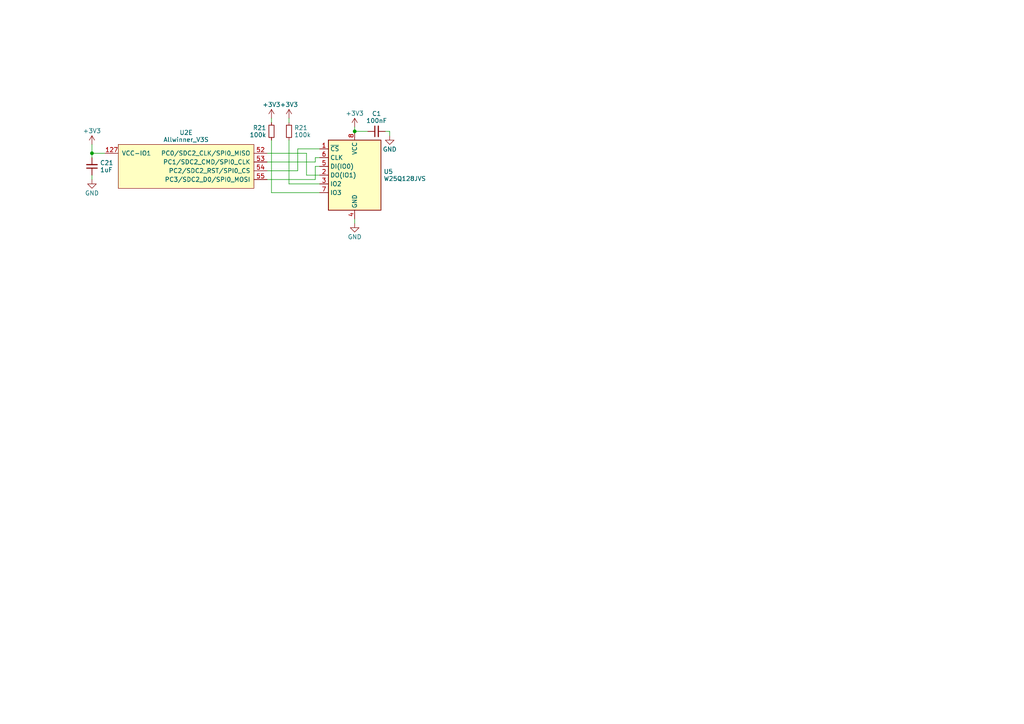
<source format=kicad_sch>
(kicad_sch (version 20230121) (generator eeschema)
  (paper "A4")
  (lib_symbols
    (symbol "Device:C_Small" (pin_numbers hide) (pin_names (offset 0.254) hide)
      (property "Reference" "C" (at 0.254 1.778 0))
      (property "Value" "C_Small" (at 0.254 -2.032 0))
      (symbol "C_Small_0_1"
        (polyline (pts (xy -1.524 -0.508) (xy 1.524 -0.508)) (stroke (width 0.3302)))
        (polyline (pts (xy -1.524 0.508) (xy 1.524 0.508)) (stroke (width 0.3048)))
      )
      (symbol "C_Small_1_1"
        (pin passive line (at 0 2.54 270) (length 2.032) (name "~") (number "1"))
        (pin passive line (at 0 -2.54 90) (length 2.032) (name "~") (number "2"))
      )
    )
    (symbol "Device:R_Small" (pin_numbers hide) (pin_names (offset 0.254) hide)
      (property "Reference" "R" (at 0.762 0.508 0))
      (property "Value" "R_Small" (at 0.762 -1.016 0))
      (symbol "R_Small_0_1"
        (rectangle (start -0.762 1.778) (end 0.762 -1.778) (stroke (width 0.2032)))
      )
      (symbol "R_Small_1_1"
        (pin passive line (at 0 2.54 270) (length 0.762) (name "~") (number "1"))
        (pin passive line (at 0 -2.54 90) (length 0.762) (name "~") (number "2"))
      )
    )
    (symbol "Memory_Flash:W25Q128JVS"
      (property "Reference" "U" (at -8.89 8.89 0))
      (property "Value" "W25Q128JVS" (at 7.62 8.89 0))
      (symbol "W25Q128JVS_0_1"
        (rectangle (start -7.62 10.16) (end 7.62 -10.16) (stroke (width 0.254)) (fill (type background)))
      )
      (symbol "W25Q128JVS_1_1"
        (pin input line (at -10.16 7.62 0) (length 2.54) (name "~{CS}") (number "1"))
        (pin bidirectional line (at -10.16 0 0) (length 2.54) (name "DO(IO1)") (number "2"))
        (pin bidirectional line (at -10.16 -2.54 0) (length 2.54) (name "IO2") (number "3"))
        (pin power_in line (at 0 -12.7 90) (length 2.54) (name "GND") (number "4"))
        (pin bidirectional line (at -10.16 2.54 0) (length 2.54) (name "DI(IO0)") (number "5"))
        (pin input line (at -10.16 5.08 0) (length 2.54) (name "CLK") (number "6"))
        (pin bidirectional line (at -10.16 -5.08 0) (length 2.54) (name "IO3") (number "7"))
        (pin power_in line (at 0 12.7 270) (length 2.54) (name "VCC") (number "8"))
      )
    )
    (symbol "SoC_Allwinner:Allwinner_V3S" (pin_names (offset 1.016))
      (property "Reference" "U" (at 7.62 1.27 0))
      (property "Value" "Allwinner_V3S" (at -5.08 1.27 0))
      (symbol "Allwinner_V3S_1_0"
        (pin bidirectional line (at 15.24 -22.86 180) (length 3.81) (name "USB-DM") (number "110"))
        (pin bidirectional line (at 15.24 -25.4 180) (length 3.81) (name "USB-DP") (number "111"))
        (pin input line (at 15.24 -2.54 180) (length 3.81) (name "LRADC0") (number "112"))
        (pin output line (at 15.24 -10.16 180) (length 3.81) (name "X24MOUT") (number "74"))
        (pin input line (at 15.24 -7.62 180) (length 3.81) (name "X24MIN") (number "75"))
        (pin output line (at 15.24 -17.78 180) (length 3.81) (name "X32KOUT") (number "95"))
        (pin input line (at 15.24 -15.24 180) (length 3.81) (name "X32KIN") (number "96"))
        (pin power_out line (at -15.24 -17.78 0) (length 3.81) (name "RTC-VIO") (number "97"))
        (pin input line (at -15.24 -22.86 0) (length 3.81) (name "RESET") (number "99"))
      )
      (symbol "Allwinner_V3S_1_1"
        (rectangle (start -11.43 0) (end 11.43 -29.21) (fill (type background)))
        (pin power_in line (at -15.24 -12.7 0) (length 3.81) (name "VCC-USB") (number "109"))
        (pin power_in line (at -15.24 -26.67 0) (length 3.81) (name "EPAD-GND") (number "129"))
        (pin power_in line (at -15.24 -2.54 0) (length 3.81) (name "VCC-PLL") (number "76"))
        (pin power_in line (at -15.24 -7.62 0) (length 3.81) (name "VCC-RTC") (number "98"))
      )
      (symbol "Allwinner_V3S_2_0"
        (pin bidirectional line (at -15.24 -13.97 0) (length 3.81) (name "MICIN1P") (number "113"))
        (pin bidirectional line (at -15.24 -11.43 0) (length 3.81) (name "MICIN1N") (number "114"))
        (pin power_in line (at -15.24 -3.81 0) (length 3.81) (name "AVCC") (number "115"))
        (pin power_in line (at 13.97 -21.59 180) (length 3.81) (name "AGND") (number "116"))
        (pin output line (at -15.24 -19.05 0) (length 3.81) (name "VRA1") (number "117"))
        (pin output line (at -15.24 -21.59 0) (length 3.81) (name "VRA2") (number "118"))
        (pin output line (at 13.97 -3.81 180) (length 3.81) (name "HBIAS") (number "119"))
        (pin output line (at 13.97 -13.97 180) (length 3.81) (name "HPOUTR") (number "120"))
        (pin output line (at 13.97 -11.43 180) (length 3.81) (name "HPOUTL") (number "121"))
        (pin power_in line (at -15.24 -6.35 0) (length 3.81) (name "HPVCCIN") (number "122"))
        (pin input line (at 13.97 -16.51 180) (length 3.81) (name "HPVCCBP") (number "123"))
        (pin input line (at 13.97 -8.89 180) (length 3.81) (name "HPCOMFB") (number "124"))
        (pin output line (at 13.97 -6.35 180) (length 3.81) (name "HPCOM") (number "125"))
      )
      (symbol "Allwinner_V3S_2_1"
        (rectangle (start -11.43 -1.27) (end 10.16 -24.13) (fill (type background)))
      )
      (symbol "Allwinner_V3S_3_0"
        (pin power_in line (at 15.24 -22.86 180) (length 3.81) (name "VCC-DRAM8") (number "59"))
        (pin power_in line (at 15.24 -25.4 180) (length 3.81) (name "VCC-DRAM9") (number "60"))
        (pin power_in line (at 15.24 -27.94 180) (length 3.81) (name "VCC-DRAM10") (number "61"))
        (pin power_in line (at 15.24 -30.48 180) (length 3.81) (name "VCC-DRAM11") (number "62"))
        (pin power_in line (at 15.24 -2.54 180) (length 3.81) (name "VCC-DRAM0") (number "65"))
        (pin power_in line (at 15.24 -5.08 180) (length 3.81) (name "VCC-DRAM1") (number "66"))
        (pin power_in line (at 15.24 -7.62 180) (length 3.81) (name "VCC-DRAM2") (number "67"))
        (pin power_in line (at 15.24 -10.16 180) (length 3.81) (name "VCC-DRAM3") (number "68"))
        (pin power_in line (at 15.24 -12.7 180) (length 3.81) (name "VCC-DRAM4") (number "69"))
        (pin power_in line (at 15.24 -15.24 180) (length 3.81) (name "VCC-DRAM5") (number "70"))
        (pin power_in line (at 15.24 -17.78 180) (length 3.81) (name "VCC-DRAM6") (number "72"))
        (pin power_in line (at 15.24 -20.32 180) (length 3.81) (name "VCC-DRAM7") (number "79"))
      )
      (symbol "Allwinner_V3S_3_1"
        (rectangle (start -11.43 0) (end 11.43 -33.02) (fill (type background)))
        (pin input line (at -15.24 -22.86 0) (length 3.81) (name "SVREF1") (number "63"))
        (pin input line (at -15.24 -25.4 0) (length 3.81) (name "SVREF0") (number "71"))
        (pin input line (at -15.24 -30.48 0) (length 3.81) (name "SZQ") (number "73"))
      )
      (symbol "Allwinner_V3S_4_0"
        (pin bidirectional line (at 22.86 -2.54 180) (length 3.81) (name "PB0/UART2_TX/PB_EINT0") (number "39"))
        (pin bidirectional line (at 22.86 -5.08 180) (length 3.81) (name "PB1/UART2_RX/PB_EINT1") (number "40"))
        (pin bidirectional line (at 22.86 -7.62 180) (length 3.81) (name "PB2/UART2_RTS/PB_EINT2") (number "41"))
        (pin bidirectional line (at 22.86 -10.16 180) (length 3.81) (name "PB3/UART2_CTS/PB_EINT3") (number "42"))
        (pin bidirectional line (at 22.86 -12.7 180) (length 3.81) (name "PB4/PWM0/PB_EINT4") (number "43"))
        (pin bidirectional line (at 22.86 -15.24 180) (length 3.81) (name "PB5/PWM1/PB_EINT5") (number "44"))
        (pin bidirectional line (at 22.86 -17.78 180) (length 3.81) (name "PB6/TWI0_SCK/PB_EINT6") (number "45"))
        (pin bidirectional line (at 22.86 -20.32 180) (length 3.81) (name "PB7/TWI0_SDA/PB_EINT7") (number "46"))
        (pin bidirectional line (at 22.86 -22.86 180) (length 3.81) (name "PB8/TWI1_SCK/UART0_TX/PB_EINT8") (number "48"))
        (pin bidirectional line (at 22.86 -25.4 180) (length 3.81) (name "PB9/TWI1_SDA/UART0_RX/PB_EINT9") (number "49"))
      )
      (symbol "Allwinner_V3S_4_1"
        (rectangle (start -20.32 0) (end 19.05 -27.94) (fill (type background)))
        (pin power_in line (at -24.13 -2.54 0) (length 3.81) (name "VCC-IO0") (number "104"))
      )
      (symbol "Allwinner_V3S_5_0"
        (pin bidirectional line (at 22.86 -2.54 180) (length 3.81) (name "PC0/SDC2_CLK/SPI0_MISO") (number "52"))
        (pin bidirectional line (at 22.86 -5.08 180) (length 3.81) (name "PC1/SDC2_CMD/SPI0_CLK") (number "53"))
        (pin bidirectional line (at 22.86 -7.62 180) (length 3.81) (name "PC2/SDC2_RST/SPI0_CS") (number "54"))
        (pin bidirectional line (at 22.86 -10.16 180) (length 3.81) (name "PC3/SDC2_D0/SPI0_MOSI") (number "55"))
      )
      (symbol "Allwinner_V3S_5_1"
        (rectangle (start 19.05 0) (end -20.32 -12.7) (fill (type background)))
        (pin power_in line (at -24.13 -2.54 0) (length 3.81) (name "VCC-IO1") (number "127"))
      )
      (symbol "Allwinner_V3S_6_0"
        (pin bidirectional line (at 22.86 -53.34 180) (length 3.81) (name "PE20/CSI_FIELD/CSI_MIPI_MCLK") (number "10"))
        (pin bidirectional line (at 22.86 -50.8 180) (length 3.81) (name "PE19/CSI_D15/LCD_D21") (number "11"))
        (pin bidirectional line (at 22.86 -48.26 180) (length 3.81) (name "PE18/CSI_D14/LCD_D20") (number "13"))
        (pin bidirectional line (at 22.86 -45.72 180) (length 3.81) (name "PE17/CSI_D13/LCD_D19") (number "14"))
        (pin bidirectional line (at 22.86 -43.18 180) (length 3.81) (name "PE16/CSI_D12/LCD_D18") (number "15"))
        (pin bidirectional line (at 22.86 -40.64 180) (length 3.81) (name "PE15/CSI_D11/LCD_D15") (number "16"))
        (pin bidirectional line (at 22.86 -38.1 180) (length 3.81) (name "PE14/CSI_D10/LCD_D14") (number "17"))
        (pin bidirectional line (at 22.86 -35.56 180) (length 3.81) (name "PE13/CSI_D9/LCD_D13") (number "18"))
        (pin bidirectional line (at 22.86 -33.02 180) (length 3.81) (name "PE12/CSI_D8/LCD_D12") (number "22"))
        (pin bidirectional line (at 22.86 -30.48 180) (length 3.81) (name "PE11/CSI_D7/LCD_D11") (number "23"))
        (pin bidirectional line (at 22.86 -27.94 180) (length 3.81) (name "PE10/CSI_D6/LCD_D10") (number "24"))
        (pin bidirectional line (at 22.86 -25.4 180) (length 3.81) (name "PE9/CSI_D5/LCD_D7") (number "27"))
        (pin bidirectional line (at 22.86 -22.86 180) (length 3.81) (name "PE8/CSI_D4/LCD_D6") (number "28"))
        (pin bidirectional line (at 22.86 -20.32 180) (length 3.81) (name "PE7/CSI_D3/LCD_D5") (number "30"))
        (pin bidirectional line (at 22.86 -17.78 180) (length 3.81) (name "PE6/CSI_D2/LCD_D4") (number "31"))
        (pin bidirectional line (at 22.86 -15.24 180) (length 3.81) (name "PE5/CSI_D1/LCD_D3") (number "32"))
        (pin bidirectional line (at 22.86 -12.7 180) (length 3.81) (name "PE4/CSI_D0/LCD_D2") (number "33"))
        (pin bidirectional line (at 22.86 -10.16 180) (length 3.81) (name "PE3/CSI_VSYNC/LCD_VSYNC") (number "34"))
        (pin bidirectional line (at 22.86 -7.62 180) (length 3.81) (name "PE2/CSI_HSYNC/LCD_HSYNC") (number "35"))
        (pin bidirectional line (at 22.86 -5.08 180) (length 3.81) (name "PE1/CSI_MCLK/LCD_DE") (number "36"))
        (pin bidirectional line (at 22.86 -2.54 180) (length 3.81) (name "PE0/CSI_PCLK/LCD_CLK") (number "37"))
        (pin bidirectional line (at 22.86 -63.5 180) (length 3.81) (name "PE24/LCD_D23/UART1_CTS") (number "6"))
        (pin bidirectional line (at 22.86 -60.96 180) (length 3.81) (name "PE23/LCD_D22/UART1_RTS") (number "7"))
        (pin bidirectional line (at 22.86 -58.42 180) (length 3.81) (name "PE22/CSI_SDA/TWI1_SDA/UART1_RX") (number "8"))
        (pin bidirectional line (at 22.86 -55.88 180) (length 3.81) (name "PE21/CSI_SCK/TWI1_SCK/UART1_TX") (number "9"))
      )
      (symbol "Allwinner_V3S_6_1"
        (rectangle (start 19.05 0) (end -20.32 -66.04) (fill (type background)))
        (pin power_in line (at -24.13 -2.54 0) (length 3.81) (name "VCC-PE0") (number "12"))
        (pin power_in line (at -24.13 -5.08 0) (length 3.81) (name "VCC-PE1") (number "29"))
      )
      (symbol "Allwinner_V3S_7_0"
        (pin bidirectional line (at 21.59 -17.78 180) (length 3.81) (name "PF6") (number "100"))
        (pin bidirectional line (at 21.59 -15.24 180) (length 3.81) (name "PF5/SDC0_D2/JTAG_CK") (number "101"))
        (pin bidirectional line (at 21.59 -12.7 180) (length 3.81) (name "PF4/SDC0_D3/UART0_RX") (number "102"))
        (pin bidirectional line (at 21.59 -10.16 180) (length 3.81) (name "PF3/SDC0_CMD/JTAG_DO") (number "103"))
        (pin bidirectional line (at 21.59 -7.62 180) (length 3.81) (name "PF2/SDC0_CLK/UART0_TX") (number "105"))
        (pin bidirectional line (at 21.59 -5.08 180) (length 3.81) (name "PF1/SDC0_D0/JTAG_DI") (number "106"))
        (pin bidirectional line (at 21.59 -2.54 180) (length 3.81) (name "PF0MS/SDC0_D1/JTAG_MS") (number "107"))
      )
      (symbol "Allwinner_V3S_7_1"
        (rectangle (start 17.78 0) (end -19.05 -20.32) (fill (type background)))
        (pin power_in line (at -22.86 -2.54 0) (length 3.81) (name "VCC-IO2") (number "57"))
      )
      (symbol "Allwinner_V3S_8_0"
        (pin bidirectional line (at 16.51 -12.7 180) (length 3.81) (name "PG4/SDC1_D2/PG_EINT4") (number "1"))
        (pin bidirectional line (at 16.51 -15.24 180) (length 3.81) (name "PG5/SDC1_D3/PG_EINT5") (number "128"))
        (pin bidirectional line (at 16.51 -10.16 180) (length 3.81) (name "PG3/SDC1_D1/PG_EINT3") (number "2"))
        (pin bidirectional line (at 16.51 -7.62 180) (length 3.81) (name "PG2/SDC1_D0/PG_EINT2") (number "3"))
        (pin bidirectional line (at 16.51 -5.08 180) (length 3.81) (name "PG1/SDC1_CMD/PG_EINT1") (number "4"))
        (pin bidirectional line (at 16.51 -2.54 180) (length 3.81) (name "PG0/SDC1_CLK/PG_EINT0") (number "5"))
        (pin power_in line (at -27.94 -2.54 0) (length 3.81) (name "VCC-IO3") (number "50"))
      )
      (symbol "Allwinner_V3S_8_1"
        (rectangle (start 12.7 0) (end -24.13 -17.78) (fill (type background)))
      )
      (symbol "Allwinner_V3S_9_0"
        (pin output line (at 17.78 -2.54 180) (length 3.81) (name "EPHY_LINK_LED") (number "77"))
        (pin output line (at 17.78 -5.08 180) (length 3.81) (name "EPHY_SPD_LED") (number "78"))
        (pin power_in line (at -17.78 -2.54 0) (length 3.81) (name "EPHY_VDD") (number "88"))
        (pin input line (at 17.78 -10.16 180) (length 3.81) (name "EPHY_RXN") (number "89"))
        (pin input line (at 17.78 -12.7 180) (length 3.81) (name "EPHY_RXP") (number "90"))
        (pin output line (at 17.78 -17.78 180) (length 3.81) (name "EPHY_TXN") (number "91"))
        (pin output line (at 17.78 -20.32 180) (length 3.81) (name "EPHY_TXP") (number "92"))
        (pin power_in line (at -17.78 -5.08 0) (length 3.81) (name "EPHY_VCC") (number "93"))
        (pin input line (at 17.78 -25.4 180) (length 3.81) (name "EPHY_RTX") (number "94"))
      )
      (symbol "Allwinner_V3S_9_1"
        (rectangle (start -13.97 0) (end 13.97 -27.94) (fill (type background)))
      )
      (symbol "Allwinner_V3S_10_0"
        (pin input line (at 15.24 -10.16 180) (length 3.81) (name "MCSI-D0P") (number "81"))
        (pin input line (at 15.24 -7.62 180) (length 3.81) (name "MCSI-D0N") (number "82"))
        (pin input line (at 15.24 -15.24 180) (length 3.81) (name "MCSI-D1P") (number "83"))
        (pin input line (at 15.24 -12.7 180) (length 3.81) (name "MCSI-D1N") (number "84"))
        (pin output line (at 15.24 -5.08 180) (length 3.81) (name "MCSI-CKP") (number "86"))
        (pin output line (at 15.24 -2.54 180) (length 3.81) (name "MCSI-CKN") (number "87"))
      )
      (symbol "Allwinner_V3S_10_1"
        (rectangle (start -12.7 0) (end 11.43 -17.78) (fill (type background)))
        (pin power_in line (at -16.51 -2.54 0) (length 3.81) (name "VCC-MCSI") (number "85"))
      )
      (symbol "Allwinner_V3S_11_0"
        (pin power_in line (at 8.89 -12.7 180) (length 3.81) (name "VDD-CPU3") (number "20"))
        (pin power_in line (at 8.89 -15.24 180) (length 3.81) (name "VDD-CPU2") (number "21"))
        (pin power_in line (at 8.89 -17.78 180) (length 3.81) (name "VDD-CPU1") (number "25"))
        (pin power_in line (at 8.89 -20.32 180) (length 3.81) (name "VDD-CPU0") (number "26"))
        (pin power_in line (at 8.89 -10.16 180) (length 3.81) (name "VDD-CPU4") (number "38"))
        (pin power_in line (at 8.89 -7.62 180) (length 3.81) (name "VDD-CPU5") (number "47"))
        (pin power_in line (at 8.89 -5.08 180) (length 3.81) (name "VDD-CPU6") (number "51"))
        (pin power_in line (at 8.89 -2.54 180) (length 3.81) (name "VDD-CPU7") (number "56"))
      )
      (symbol "Allwinner_V3S_11_1"
        (rectangle (start -7.62 0) (end 5.08 -22.86) (fill (type background)))
      )
      (symbol "Allwinner_V3S_12_1"
        (rectangle (start -6.35 0) (end 6.35 -17.78) (fill (type background)))
        (pin power_in line (at 10.16 -5.08 180) (length 3.81) (name "VDD-SYS1") (number "108"))
        (pin power_in line (at 10.16 -7.62 180) (length 3.81) (name "VDD-SYS2") (number "126"))
        (pin power_in line (at 10.16 -10.16 180) (length 3.81) (name "VDD-SYS3") (number "19"))
        (pin power_in line (at 10.16 -12.7 180) (length 3.81) (name "VDD-SYS4") (number "58"))
        (pin power_in line (at 10.16 -15.24 180) (length 3.81) (name "VDD-SYS5") (number "64"))
        (pin power_in line (at 10.16 -2.54 180) (length 3.81) (name "VDD-SYS0") (number "80"))
      )
    )
    (symbol "power:+3V3" (power) (pin_names (offset 0))
      (property "Value" "+3V3" (at 0 3.556 0))
      (symbol "+3V3_0_1"
        (polyline (pts (xy -0.762 1.27) (xy 0 2.54)))
        (polyline (pts (xy 0 0) (xy 0 2.54)))
        (polyline (pts (xy 0 2.54) (xy 0.762 1.27)))
      )
      (symbol "+3V3_1_1"
        (pin power_in line (at 0 0 90) (length 0) hide (name "+3V3") (number "1"))
      )
    )
    (symbol "power:GND" (power) (pin_names (offset 0))
      (property "Value" "GND" (at 0 -3.81 0))
      (symbol "GND_0_1"
        (polyline (pts (xy 0 0) (xy 0 -1.27) (xy 1.27 -1.27) (xy 0 -2.54) (xy -1.27 -1.27) (xy 0 -1.27)))
      )
      (symbol "GND_1_1"
        (pin power_in line (at 0 0 270) (length 0) hide (name "GND") (number "1"))
      )
    )
  )
  (junction (at 102.87 38.1))
  (junction (at 26.67 44.45))
  (wire (pts (xy 91.44 46.99) (xy 91.44 45.72)))
  (wire (pts (xy 88.9 44.45) (xy 88.9 50.8)))
  (wire (pts (xy 77.47 46.99) (xy 91.44 46.99)))
  (wire (pts (xy 77.47 49.53) (xy 86.36 49.53)))
  (wire (pts (xy 86.36 43.18) (xy 86.36 49.53)))
  (wire (pts (xy 78.74 34.29) (xy 78.74 35.56)))
  (wire (pts (xy 83.82 53.34) (xy 92.71 53.34)))
  (wire (pts (xy 102.87 63.5) (xy 102.87 64.77)))
  (wire (pts (xy 91.44 52.07) (xy 91.44 48.26)))
  (wire (pts (xy 102.87 38.1) (xy 106.68 38.1)))
  (wire (pts (xy 26.67 50.8) (xy 26.67 52.07)))
  (wire (pts (xy 26.67 44.45) (xy 30.48 44.45)))
  (wire (pts (xy 92.71 43.18) (xy 86.36 43.18)))
  (wire (pts (xy 83.82 34.29) (xy 83.82 35.56)))
  (wire (pts (xy 78.74 55.88) (xy 78.74 40.64)))
  (wire (pts (xy 102.87 36.83) (xy 102.87 38.1)))
  (wire (pts (xy 26.67 44.45) (xy 26.67 45.72)))
  (wire (pts (xy 91.44 45.72) (xy 92.71 45.72)))
  (wire (pts (xy 88.9 50.8) (xy 92.71 50.8)))
  (wire (pts (xy 92.71 55.88) (xy 78.74 55.88)))
  (wire (pts (xy 113.03 38.1) (xy 111.76 38.1)))
  (wire (pts (xy 77.47 44.45) (xy 88.9 44.45)))
  (wire (pts (xy 26.67 41.91) (xy 26.67 44.45)))
  (wire (pts (xy 91.44 48.26) (xy 92.71 48.26)))
  (wire (pts (xy 113.03 39.37) (xy 113.03 38.1)))
  (wire (pts (xy 77.47 52.07) (xy 91.44 52.07)))
  (wire (pts (xy 83.82 40.64) (xy 83.82 53.34)))
  (symbol (lib_id "power:+3V3") (at 83.82 34.29 0) (unit 1)
    (property "Reference" "#PWR0104" (effects hide))
    (property "Value" "+3V3" (at 83.82 30.345 0))
    (instances (project "OpenHomeSwitch" (path "" (reference "#PWR0104") (unit 1)) (path "" (reference "#PWR0124") (unit 1))))
  )
  (symbol (lib_id "Device:C_Small") (at 109.22 38.1 90) (mirror x) (unit 1)
    (property "Reference" "C1" (at 109.2263 32.9579 90))
    (property "Value" "100nF" (at 109.2263 35.0059 90))
    (property "Footprint" "Capacitor_SMD:C_0402_1005Metric" (effects hide))
    (property "LCSC" "C1525" (effects hide))
    (instances (project "OpenHomeSwitch" (path "" (reference "C1") (unit 1)) (path "" (reference "C81") (unit 1)) (path "" (reference "C123") (unit 1)) (path "" (reference "C123") (unit 1))))
  )
  (symbol (lib_id "SoC_Allwinner:Allwinner_V3S") (at 54.61 41.91 0) (unit 5)
    (property "Reference" "U2" (at 53.975 38.457 0))
    (property "Value" "Allwinner_V3S" (at 53.975 40.505 0))
    (property "Footprint" "Package_QFP_Allwinner:LQFP-128_14x14mm_P0.4mm_EPAD_5.72x5.72mm" (effects hide))
    (property "LCSC" "C2687449" (effects hide))
  )
  (symbol (lib_id "power:GND") (at 113.03 39.37 0) (unit 1)
    (property "Reference" "#PWR0120" (effects hide))
    (property "Value" "GND" (at 113.03 43.315 0))
  )
  (symbol (lib_id "power:GND") (at 26.67 52.07 0) (unit 1)
    (property "Reference" "#PWR099" (effects hide))
    (property "Value" "GND" (at 26.67 56.015 0))
    (instances (project "OpenHomeSwitch" (path "" (reference "#PWR099") (unit 1)) (path "" (reference "#PWR0122") (unit 1))))
  )
  (symbol (lib_id "Device:R_Small") (at 83.82 38.1 0) (unit 1)
    (property "Reference" "R21" (at 85.3186 37.076 0) (effects (justify left)))
    (property "Value" "100k" (at 85.3186 39.124 0) (effects (justify left)))
    (property "Footprint" "Resistor_SMD:R_0402_1005Metric" (effects hide))
    (property "LCSC" "C25741" (effects hide))
    (instances (project "OpenHomeSwitch" (path "" (reference "R21") (unit 1)) (path "" (reference "R26") (unit 1)) (path "" (reference "R69") (unit 1)) (path "" (reference "R77") (unit 1))))
  )
  (symbol (lib_id "power:+3V3") (at 26.67 41.91 0) (unit 1)
    (property "Reference" "#PWR098" (effects hide))
    (property "Value" "+3V3" (at 26.67 37.965 0))
    (instances (project "OpenHomeSwitch" (path "" (reference "#PWR098") (unit 1)) (path "" (reference "#PWR0121") (unit 1))))
  )
  (symbol (lib_id "Device:C_Small") (at 26.67 48.26 180) (unit 1)
    (property "Reference" "C21" (at 28.9941 47.2296 0) (effects (justify right)))
    (property "Value" "1uF" (at 28.9941 49.2776 0) (effects (justify right)))
    (property "Footprint" "Capacitor_SMD:C_0402_1005Metric" (effects hide))
    (property "LCSC" "C52923" (effects hide))
    (instances (project "OpenHomeSwitch" (path "" (reference "C21") (unit 1)) (path "" (reference "C54") (unit 1)) (path "" (reference "C78") (unit 1)) (path "" (reference "C115") (unit 1)) (path "" (reference "C124") (unit 1))))
  )
  (symbol (lib_id "Memory_Flash:W25Q128JVS") (at 102.87 50.8 0) (unit 1)
    (property "Reference" "U5" (at 111.252 49.776 0) (effects (justify left)))
    (property "Value" "W25Q128JVS" (at 111.252 51.824 0) (effects (justify left)))
    (property "Footprint" "Package_SO:SOIC-8_5.23x5.23mm_P1.27mm" (effects hide))
    (property "Datasheet" "http://www.winbond.com/resource-files/w25q128jv_dtr%20revc%2003272018%20plus.pdf" (effects hide))
    (property "LCSC" "C97521" (effects hide))
  )
  (symbol (lib_id "power:+3V3") (at 102.87 36.83 0) (unit 1)
    (property "Reference" "#PWR0119" (effects hide))
    (property "Value" "+3V3" (at 102.87 32.885 0))
    (instances (project "OpenHomeSwitch" (path "" (reference "#PWR0119") (unit 1)) (path "" (reference "#PWR0118") (unit 1))))
  )
  (symbol (lib_id "power:+3V3") (at 78.74 34.29 0) (mirror y) (unit 1)
    (property "Reference" "#PWR0104" (effects hide))
    (property "Value" "+3V3" (at 78.74 30.345 0))
    (instances (project "OpenHomeSwitch" (path "" (reference "#PWR0104") (unit 1)) (path "" (reference "#PWR0123") (unit 1))))
  )
  (symbol (lib_id "power:GND") (at 102.87 64.77 0) (unit 1)
    (property "Reference" "#PWR0118" (effects hide))
    (property "Value" "GND" (at 102.87 68.715 0))
    (instances (project "OpenHomeSwitch" (path "" (reference "#PWR0118") (unit 1)) (path "" (reference "#PWR0119") (unit 1))))
  )
  (symbol (lib_id "Device:R_Small") (at 78.74 38.1 0) (mirror y) (unit 1)
    (property "Reference" "R21" (at 77.2414 37.076 0) (effects (justify left)))
    (property "Value" "100k" (at 77.2414 39.124 0) (effects (justify left)))
    (property "Footprint" "Resistor_SMD:R_0402_1005Metric" (effects hide))
    (property "LCSC" "C25741" (effects hide))
    (instances (project "OpenHomeSwitch" (path "" (reference "R21") (unit 1)) (path "" (reference "R26") (unit 1)) (path "" (reference "R69") (unit 1)) (path "" (reference "R76") (unit 1))))
  )
)
</source>
